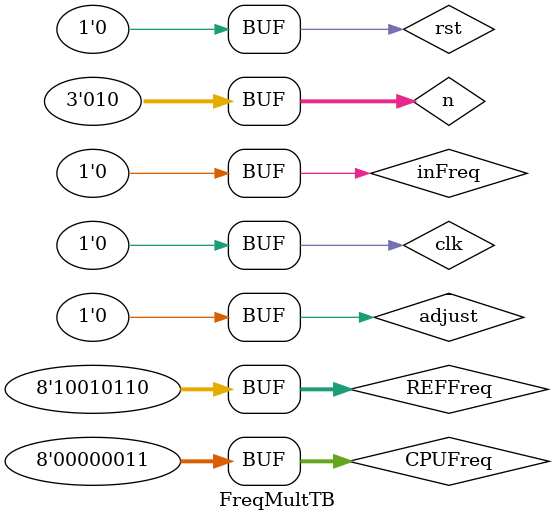
<source format=sv>
`timescale 1ps/1ps;
module FreqMult(clk, rst, f, adjust, n, valid, acc_out, k);
    input clk, rst, f, adjust;
    input [2:0] n;
    output valid;
    output acc_out;
    output [7:0] k;
      
    wire LdCnt, counten, cout, kcalc; 
    datapath DP(.ref_clk(clk), .rst(rst), .cpu_clk(f), .n(n), .LdCnt(LdCnt), .counten(counten),
                .cout(cout), .kcalc(kcalc), .k(k), .tff_out(acc_out));
                
    controller CU(.clk(clk), .rst(rst), .adjust(adjust), .kcalc(kcalc), .cout(cout), .valid(valid), 
                  .LdCnt(LdCnt), .counten(counten));
                  
endmodule

module FreqMultTB;
    reg clk, rst, adjust, inFreq;
    reg [2:0] n;
    wire valid, acc_out;
    wire [7:0] k;
    FreqMult UUT(.clk(clk), .rst(rst), .f(inFreq), .adjust(adjust), .n(n), .valid(valid), .acc_out(acc_out), .k(k));
    
    reg [7:0] CPUFreq;
    reg [7:0] REFFreq;
    
    initial begin
      CPUFreq = 8'd3; // inFreq = f , MHz
      REFFreq = 8'd150;  //MHz
      n = 3'd2;
      #10;
      rst = 1;    #50;
      rst = 0;    #50;
      adjust = 1; #10;
      clk = 1;    #10;
      clk = 0;    #10;
      adjust = 0;; 
      repeat(5000) begin
          #(500000 / REFFreq); clk = ~clk; //T = (1 / REFFreq) * 10^6 ps 
     
end
    end
    initial begin
      #140;
      inFreq = 0;
      repeat(5000) begin
          #(500000 / CPUFreq); inFreq = ~inFreq; 
      end
    end

endmodule
  

</source>
